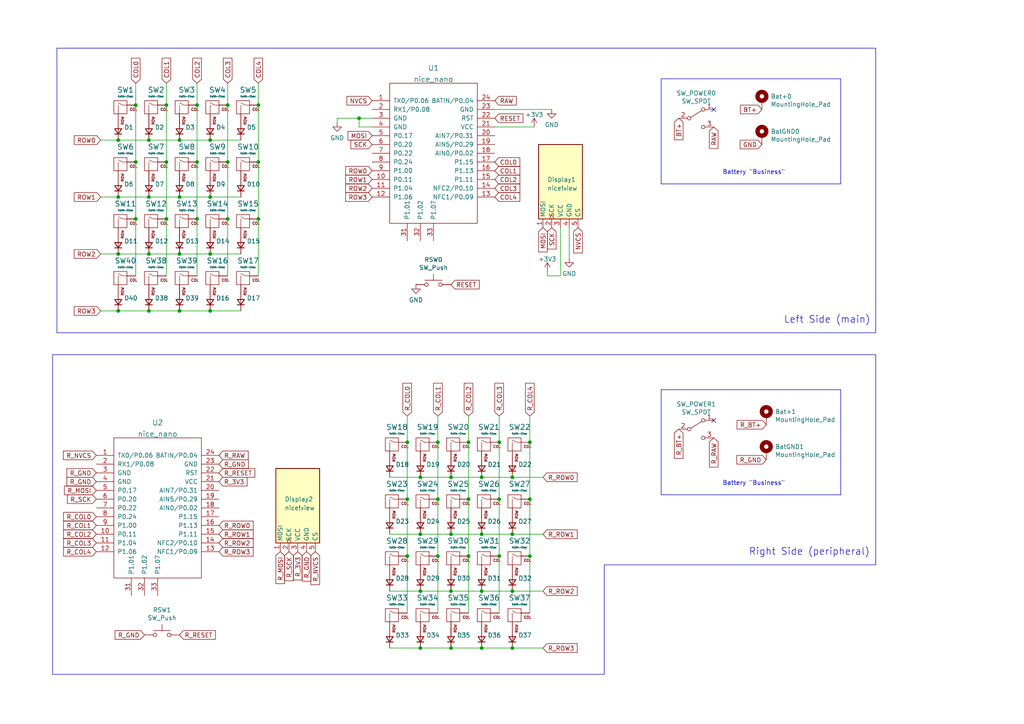
<source format=kicad_sch>
(kicad_sch (version 20230121) (generator eeschema)
  (paper "A4")
  (lib_symbols
    (symbol "Device:D_Small" (pin_numbers hide) (pin_names (offset 0.254) hide)
      (property "Reference" "D" (at -1.27 2.032 0))
      (property "Value" "D_Small" (at -3.81 -2.032 0))
      (symbol "D_Small_0_1"
        (polyline (pts (xy -0.762 -1.016) (xy -0.762 1.016)) (stroke (width 0.254)))
        (polyline (pts (xy -0.762 0) (xy 0.762 0)))
        (polyline (pts (xy 0.762 -1.016) (xy -0.762 0) (xy 0.762 1.016) (xy 0.762 -1.016)) (stroke (width 0.254)))
      )
      (symbol "D_Small_1_1"
        (pin passive line (at -2.54 0 0) (length 1.778) (name "K") (number "1"))
        (pin passive line (at 2.54 0 180) (length 1.778) (name "A") (number "2"))
      )
    )
    (symbol "MX_Alps_Hybrid:MX-NoLED" (pin_names (offset 1.016))
      (property "Reference" "MX" (at -0.635 3.81 0))
      (property "Value" "MX-NoLED" (at -0.635 1.27 0))
      (symbol "MX-NoLED_0_0"
        (rectangle (start -2.54 2.54) (end 1.27 -1.27))
        (polyline (pts (xy -1.27 -1.27) (xy -1.27 1.27)) (stroke (width 0.127)))
        (polyline (pts (xy 1.27 1.27) (xy 0 1.27) (xy -1.27 1.905)) (stroke (width 0.127)))
        (text "COL" (at 3.175 0 0) (effects (font (size 0.762 0.762))))
        (text "ROW" (at 0 -1.905 900) (effects (font (size 0.762 0.762)) (justify right)))
      )
      (symbol "MX-NoLED_1_1"
        (pin passive line (at 3.81 1.27 180) (length 2.54) (name "COL") (number "1"))
        (pin passive line (at -1.27 -3.81 90) (length 2.54) (name "ROW") (number "2"))
      )
    )
    (symbol "Mechanical:MountingHole_Pad" (pin_numbers hide) (pin_names (offset 1.016) hide)
      (property "Reference" "H" (at 0 6.35 0))
      (property "Value" "MountingHole_Pad" (at 0 4.445 0))
      (symbol "MountingHole_Pad_0_1"
        (circle (center 0 1.27) (radius 1.27) (stroke (width 1.27)))
      )
      (symbol "MountingHole_Pad_1_1"
        (pin input line (at 0 -2.54 90) (length 2.54) (name "1") (number "1"))
      )
    )
    (symbol "Switch:SW_Push" (pin_numbers hide) (pin_names (offset 1.016) hide)
      (property "Reference" "SW" (at 1.27 2.54 0))
      (property "Value" "SW_Push" (at 0 -1.524 0))
      (symbol "SW_Push_0_1"
        (circle (center -2.032 0) (radius 0.508))
        (polyline (pts (xy 0 1.27) (xy 0 3.048)))
        (polyline (pts (xy 2.54 1.27) (xy -2.54 1.27)))
        (circle (center 2.032 0) (radius 0.508))
        (pin passive line (at -5.08 0 0) (length 2.54) (name "1") (number "1"))
        (pin passive line (at 5.08 0 180) (length 2.54) (name "2") (number "2"))
      )
    )
    (symbol "Switch:SW_SPDT" (pin_names (offset 0) hide)
      (property "Reference" "SW" (at 0 4.318 0))
      (property "Value" "SW_SPDT" (at 0 -5.08 0))
      (symbol "SW_SPDT_0_0"
        (circle (center -2.032 0) (radius 0.508))
        (circle (center 2.032 -2.54) (radius 0.508))
      )
      (symbol "SW_SPDT_0_1"
        (polyline (pts (xy -1.524 0.254) (xy 1.651 2.286)))
        (circle (center 2.032 2.54) (radius 0.508))
      )
      (symbol "SW_SPDT_1_1"
        (pin passive line (at 5.08 2.54 180) (length 2.54) (name "A") (number "1"))
        (pin passive line (at -5.08 0 0) (length 2.54) (name "B") (number "2"))
        (pin passive line (at 5.08 -2.54 180) (length 2.54) (name "C") (number "3"))
      )
    )
    (symbol "nice_nano:nice_nano" (pin_names (offset 1.016))
      (property "Reference" "U" (at 0 0 0))
      (property "Value" "nice_nano" (at 0 2.54 0))
      (symbol "nice_nano_0_1"
        (rectangle (start -12.7 -21.59) (end 12.7 19.05))
      )
      (symbol "nice_nano_1_1"
        (pin input line (at -17.78 13.97 0) (length 5.08) (name "TX0/P0.06") (number "1"))
        (pin input line (at -17.78 -8.89 0) (length 5.08) (name "P0.11") (number "10"))
        (pin input line (at -17.78 -11.43 0) (length 5.08) (name "P1.04") (number "11"))
        (pin input line (at -17.78 -13.97 0) (length 5.08) (name "P1.06") (number "12"))
        (pin input line (at 17.78 -13.97 180) (length 5.08) (name "NFC1/P0.09") (number "13"))
        (pin input line (at 17.78 -11.43 180) (length 5.08) (name "NFC2/P0.10") (number "14"))
        (pin input line (at 17.78 -8.89 180) (length 5.08) (name "P1.11") (number "15"))
        (pin input line (at 17.78 -6.35 180) (length 5.08) (name "P1.13") (number "16"))
        (pin input line (at 17.78 -3.81 180) (length 5.08) (name "P1.15") (number "17"))
        (pin input line (at 17.78 -1.27 180) (length 5.08) (name "AIN0/P0.02") (number "18"))
        (pin input line (at 17.78 1.27 180) (length 5.08) (name "AIN5/P0.29") (number "19"))
        (pin input line (at -17.78 11.43 0) (length 5.08) (name "RX1/P0.08") (number "2"))
        (pin input line (at 17.78 3.81 180) (length 5.08) (name "AIN7/P0.31") (number "20"))
        (pin input line (at 17.78 6.35 180) (length 5.08) (name "VCC") (number "21"))
        (pin input line (at 17.78 8.89 180) (length 5.08) (name "RST") (number "22"))
        (pin input line (at 17.78 11.43 180) (length 5.08) (name "GND") (number "23"))
        (pin input line (at 17.78 13.97 180) (length 5.08) (name "BATIN/P0.04") (number "24"))
        (pin input line (at -17.78 8.89 0) (length 5.08) (name "GND") (number "3"))
        (pin input line (at -7.62 -26.67 90) (length 5.08) (name "P1.01") (number "31"))
        (pin input line (at -3.81 -26.67 90) (length 5.08) (name "P1.02") (number "32"))
        (pin input line (at 0 -26.67 90) (length 5.08) (name "P1.07") (number "33"))
        (pin input line (at -17.78 6.35 0) (length 5.08) (name "GND") (number "4"))
        (pin input line (at -17.78 3.81 0) (length 5.08) (name "P0.17") (number "5"))
        (pin input line (at -17.78 1.27 0) (length 5.08) (name "P0.20") (number "6"))
        (pin input line (at -17.78 -1.27 0) (length 5.08) (name "P0.22") (number "7"))
        (pin input line (at -17.78 -3.81 0) (length 5.08) (name "P0.24") (number "8"))
        (pin input line (at -17.78 -6.35 0) (length 5.08) (name "P1.00") (number "9"))
      )
    )
    (symbol "nice_view:nice!view"
      (property "Reference" "Display" (at 0 12.7 0))
      (property "Value" "nice!view" (at 0 0 0))
      (symbol "nice!view_0_1"
        (rectangle (start -6.35 11.43) (end 6.35 -10.16) (stroke (width 0.254)) (fill (type background)))
      )
      (symbol "nice!view_1_1"
        (pin input line (at -5.08 -12.7 90) (length 2.54) (name "MOSI") (number "1"))
        (pin input clock (at -2.54 -12.7 90) (length 2.54) (name "SCK") (number "2"))
        (pin power_in line (at 0 -12.7 90) (length 2.54) (name "VCC") (number "3"))
        (pin power_out line (at 2.54 -12.7 90) (length 2.54) (name "GND") (number "4"))
        (pin passive line (at 5.08 -12.7 90) (length 2.54) (name "CS") (number "5"))
      )
    )
    (symbol "power:+3.3V" (power) (pin_names (offset 0))
      (property "Value" "+3.3V" (at 0 3.556 0))
      (symbol "+3.3V_0_1"
        (polyline (pts (xy -0.762 1.27) (xy 0 2.54)))
        (polyline (pts (xy 0 0) (xy 0 2.54)))
        (polyline (pts (xy 0 2.54) (xy 0.762 1.27)))
      )
      (symbol "+3.3V_1_1"
        (pin power_in line (at 0 0 90) (length 0) hide (name "+3V3") (number "1"))
      )
    )
    (symbol "power:GND" (power) (pin_names (offset 0))
      (property "Value" "GND" (at 0 -3.81 0))
      (symbol "GND_0_1"
        (polyline (pts (xy 0 0) (xy 0 -1.27) (xy 1.27 -1.27) (xy 0 -2.54) (xy -1.27 -1.27) (xy 0 -1.27)))
      )
      (symbol "GND_1_1"
        (pin power_in line (at 0 0 270) (length 0) hide (name "GND") (number "1"))
      )
    )
  )
  (junction (at 48.26 63.5))
  (junction (at 34.29 90.17))
  (junction (at 139.7 138.43))
  (junction (at 153.67 161.29))
  (junction (at 74.93 30.48))
  (junction (at 135.89 144.78))
  (junction (at 121.92 171.45))
  (junction (at 139.7 171.45))
  (junction (at 34.29 73.66))
  (junction (at 52.07 40.64))
  (junction (at 144.78 161.29))
  (junction (at 52.07 57.15))
  (junction (at 48.26 46.99))
  (junction (at 34.29 40.64))
  (junction (at 39.37 63.5))
  (junction (at 39.37 30.48))
  (junction (at 57.15 63.5))
  (junction (at 153.67 128.27))
  (junction (at 34.29 57.15))
  (junction (at 148.59 138.43))
  (junction (at 43.18 40.64))
  (junction (at 60.96 73.66))
  (junction (at 74.93 63.5))
  (junction (at 57.15 30.48))
  (junction (at 43.18 73.66))
  (junction (at 127 128.27))
  (junction (at 66.04 46.99))
  (junction (at 118.11 144.78))
  (junction (at 121.92 138.43))
  (junction (at 118.11 128.27))
  (junction (at 148.59 154.94))
  (junction (at 118.11 161.29))
  (junction (at 60.96 40.64))
  (junction (at 148.59 171.45))
  (junction (at 57.15 46.99))
  (junction (at 121.92 154.94))
  (junction (at 66.04 63.5))
  (junction (at 130.81 154.94))
  (junction (at 127 161.29))
  (junction (at 130.81 138.43))
  (junction (at 121.92 187.96))
  (junction (at 135.89 128.27))
  (junction (at 60.96 57.15))
  (junction (at 74.93 46.99))
  (junction (at 39.37 46.99))
  (junction (at 148.59 187.96))
  (junction (at 52.07 90.17))
  (junction (at 130.81 187.96))
  (junction (at 153.67 144.78))
  (junction (at 104.14 34.29))
  (junction (at 66.04 30.48))
  (junction (at 43.18 90.17))
  (junction (at 144.78 128.27))
  (junction (at 127 144.78))
  (junction (at 135.89 161.29))
  (junction (at 60.96 90.17))
  (junction (at 52.07 73.66))
  (junction (at 43.18 57.15))
  (junction (at 139.7 187.96))
  (junction (at 139.7 154.94))
  (junction (at 144.78 144.78))
  (junction (at 130.81 171.45))
  (junction (at 48.26 30.48))
  (no_connect (at 207.01 121.92))
  (no_connect (at 207.01 31.75))
  (wire (pts (xy 130.81 171.45) (xy 139.7 171.45)))
  (wire (pts (xy 52.07 90.17) (xy 60.96 90.17)))
  (wire (pts (xy 135.89 161.29) (xy 135.89 177.8)))
  (wire (pts (xy 43.18 57.15) (xy 52.07 57.15)))
  (wire (pts (xy 153.67 128.27) (xy 153.67 144.78)))
  (wire (pts (xy 60.96 90.17) (xy 69.85 90.17)))
  (wire (pts (xy 34.29 40.64) (xy 43.18 40.64)))
  (wire (pts (xy 60.96 40.64) (xy 69.85 40.64)))
  (wire (pts (xy 43.18 40.64) (xy 52.07 40.64)))
  (wire (pts (xy 113.03 171.45) (xy 121.92 171.45)))
  (wire (pts (xy 57.15 24.13) (xy 57.15 30.48)))
  (polyline (pts (xy 254 163.83) (xy 175.26 163.83)))
  (wire (pts (xy 74.93 30.48) (xy 74.93 46.99)))
  (wire (pts (xy 139.7 138.43) (xy 148.59 138.43)))
  (wire (pts (xy 162.56 66.04) (xy 162.56 80.01)))
  (wire (pts (xy 104.14 36.83) (xy 104.14 34.29)))
  (polyline (pts (xy 16.51 13.97) (xy 16.51 96.52)))
  (wire (pts (xy 118.11 161.29) (xy 118.11 177.8)))
  (wire (pts (xy 148.59 154.94) (xy 157.48 154.94)))
  (wire (pts (xy 118.11 120.65) (xy 118.11 128.27)))
  (wire (pts (xy 29.21 90.17) (xy 34.29 90.17)))
  (wire (pts (xy 135.89 128.27) (xy 135.89 144.78)))
  (wire (pts (xy 162.56 80.01) (xy 158.75 80.01)))
  (wire (pts (xy 127 128.27) (xy 127 144.78)))
  (wire (pts (xy 66.04 30.48) (xy 66.04 46.99)))
  (wire (pts (xy 139.7 171.45) (xy 148.59 171.45)))
  (polyline (pts (xy 243.84 143.51) (xy 191.77 143.51)))
  (polyline (pts (xy 15.24 102.87) (xy 254 102.87)))
  (wire (pts (xy 34.29 90.17) (xy 43.18 90.17)))
  (wire (pts (xy 66.04 24.13) (xy 66.04 30.48)))
  (wire (pts (xy 29.21 57.15) (xy 34.29 57.15)))
  (wire (pts (xy 43.18 73.66) (xy 52.07 73.66)))
  (wire (pts (xy 60.96 73.66) (xy 69.85 73.66)))
  (wire (pts (xy 121.92 187.96) (xy 130.81 187.96)))
  (wire (pts (xy 48.26 63.5) (xy 48.26 80.01)))
  (wire (pts (xy 57.15 46.99) (xy 57.15 63.5)))
  (polyline (pts (xy 175.26 195.58) (xy 15.24 195.58)))
  (wire (pts (xy 127 120.65) (xy 127 128.27)))
  (polyline (pts (xy 15.24 102.87) (xy 15.24 195.58)))
  (wire (pts (xy 97.79 34.29) (xy 97.79 35.56)))
  (wire (pts (xy 52.07 40.64) (xy 60.96 40.64)))
  (wire (pts (xy 113.03 187.96) (xy 121.92 187.96)))
  (wire (pts (xy 148.59 138.43) (xy 157.48 138.43)))
  (wire (pts (xy 148.59 187.96) (xy 157.48 187.96)))
  (wire (pts (xy 29.21 73.66) (xy 34.29 73.66)))
  (wire (pts (xy 139.7 187.96) (xy 148.59 187.96)))
  (wire (pts (xy 57.15 63.5) (xy 57.15 80.01)))
  (wire (pts (xy 74.93 24.13) (xy 74.93 30.48)))
  (wire (pts (xy 43.18 90.17) (xy 52.07 90.17)))
  (wire (pts (xy 107.95 36.83) (xy 104.14 36.83)))
  (wire (pts (xy 130.81 138.43) (xy 139.7 138.43)))
  (wire (pts (xy 29.21 40.64) (xy 34.29 40.64)))
  (polyline (pts (xy 175.26 163.83) (xy 175.26 195.58)))
  (wire (pts (xy 39.37 24.13) (xy 39.37 30.48)))
  (wire (pts (xy 48.26 30.48) (xy 48.26 46.99)))
  (wire (pts (xy 74.93 63.5) (xy 74.93 80.01)))
  (wire (pts (xy 66.04 63.5) (xy 66.04 80.01)))
  (wire (pts (xy 113.03 138.43) (xy 121.92 138.43)))
  (polyline (pts (xy 254 13.97) (xy 254 96.52)))
  (polyline (pts (xy 191.77 113.03) (xy 243.84 113.03)))
  (wire (pts (xy 34.29 73.66) (xy 43.18 73.66)))
  (wire (pts (xy 135.89 144.78) (xy 135.89 161.29)))
  (wire (pts (xy 139.7 154.94) (xy 148.59 154.94)))
  (wire (pts (xy 144.78 128.27) (xy 144.78 144.78)))
  (wire (pts (xy 148.59 171.45) (xy 157.48 171.45)))
  (wire (pts (xy 143.51 36.83) (xy 154.94 36.83)))
  (wire (pts (xy 66.04 46.99) (xy 66.04 63.5)))
  (wire (pts (xy 60.96 57.15) (xy 69.85 57.15)))
  (wire (pts (xy 39.37 46.99) (xy 39.37 63.5)))
  (polyline (pts (xy 254 102.87) (xy 254 163.83)))
  (wire (pts (xy 34.29 57.15) (xy 43.18 57.15)))
  (wire (pts (xy 121.92 154.94) (xy 130.81 154.94)))
  (wire (pts (xy 144.78 144.78) (xy 144.78 161.29)))
  (wire (pts (xy 121.92 171.45) (xy 130.81 171.45)))
  (wire (pts (xy 74.93 46.99) (xy 74.93 63.5)))
  (wire (pts (xy 144.78 120.65) (xy 144.78 128.27)))
  (polyline (pts (xy 191.77 22.86) (xy 243.84 22.86)))
  (wire (pts (xy 52.07 57.15) (xy 60.96 57.15)))
  (wire (pts (xy 127 144.78) (xy 127 161.29)))
  (wire (pts (xy 153.67 161.29) (xy 153.67 177.8)))
  (wire (pts (xy 153.67 120.65) (xy 153.67 128.27)))
  (wire (pts (xy 143.51 31.75) (xy 160.02 31.75)))
  (wire (pts (xy 48.26 46.99) (xy 48.26 63.5)))
  (polyline (pts (xy 191.77 22.86) (xy 191.77 53.34)))
  (wire (pts (xy 39.37 30.48) (xy 39.37 46.99)))
  (wire (pts (xy 97.79 34.29) (xy 104.14 34.29)))
  (wire (pts (xy 127 161.29) (xy 127 177.8)))
  (wire (pts (xy 135.89 120.65) (xy 135.89 128.27)))
  (polyline (pts (xy 243.84 53.34) (xy 191.77 53.34)))
  (wire (pts (xy 118.11 128.27) (xy 118.11 144.78)))
  (polyline (pts (xy 243.84 113.03) (xy 243.84 143.51)))
  (wire (pts (xy 165.1 66.04) (xy 165.1 74.93)))
  (polyline (pts (xy 191.77 113.03) (xy 191.77 143.51)))
  (wire (pts (xy 158.75 80.01) (xy 158.75 78.74)))
  (wire (pts (xy 113.03 154.94) (xy 121.92 154.94)))
  (polyline (pts (xy 254 96.52) (xy 16.51 96.52)))
  (wire (pts (xy 48.26 24.13) (xy 48.26 30.48)))
  (polyline (pts (xy 243.84 22.86) (xy 243.84 53.34)))
  (wire (pts (xy 39.37 63.5) (xy 39.37 80.01)))
  (wire (pts (xy 121.92 138.43) (xy 130.81 138.43)))
  (wire (pts (xy 130.81 187.96) (xy 139.7 187.96)))
  (wire (pts (xy 57.15 30.48) (xy 57.15 46.99)))
  (polyline (pts (xy 16.51 13.97) (xy 254 13.97)))
  (wire (pts (xy 52.07 73.66) (xy 60.96 73.66)))
  (wire (pts (xy 118.11 144.78) (xy 118.11 161.29)))
  (wire (pts (xy 153.67 144.78) (xy 153.67 161.29)))
  (wire (pts (xy 144.78 161.29) (xy 144.78 177.8)))
  (wire (pts (xy 107.95 34.29) (xy 104.14 34.29)))
  (wire (pts (xy 130.81 154.94) (xy 139.7 154.94)))
  (text "Right Side (peripheral)" (at 217.17 161.29 0) (effects (font (size 2 2)) (justify left bottom)))
  (text "Battery \"Business\"" (at 209.55 140.97 0) (effects (font (size 1.27 1.27)) (justify left bottom)))
  (text "Battery \"Business\"" (at 209.55 50.8 0) (effects (font (size 1.27 1.27)) (justify left bottom)))
  (text "Left Side (main)" (at 227.33 93.98 0) (effects (font (size 2 2)) (justify left bottom)))
  (global_label "R_3V3" (shape input) (at 86.36 160.02 270) (property "Intersheetrefs" "${INTERSHEET_REFS}" (effects hide)))
  (global_label "ROW3" (shape input) (at 29.21 90.17 180) (property "Intersheetrefs" "${INTERSHEET_REFS}" (effects hide)))
  (global_label "R_COL1" (shape input) (at 127 120.65 90) (property "Intersheetrefs" "${INTERSHEET_REFS}" (effects hide)))
  (global_label "ROW1" (shape input) (at 29.21 57.15 180) (property "Intersheetrefs" "${INTERSHEET_REFS}" (effects hide)))
  (global_label "BT+" (shape input) (at 220.98 31.75 180) (property "Intersheetrefs" "${INTERSHEET_REFS}" (effects hide)))
  (global_label "R_GND" (shape input) (at 88.9 160.02 270) (property "Intersheetrefs" "${INTERSHEET_REFS}" (effects hide)))
  (global_label "RESET" (shape input) (at 130.81 82.55 0) (property "Intersheetrefs" "${INTERSHEET_REFS}" (effects hide)))
  (global_label "R_BT+" (shape input) (at 196.85 124.46 270) (property "Intersheetrefs" "${INTERSHEET_REFS}" (effects hide)))
  (global_label "RAW" (shape input) (at 143.51 29.21 0) (property "Intersheetrefs" "${INTERSHEET_REFS}" (effects hide)))
  (global_label "BT+" (shape input) (at 196.85 34.29 270) (property "Intersheetrefs" "${INTERSHEET_REFS}" (effects hide)))
  (global_label "R_COL4" (shape input) (at 153.67 120.65 90) (property "Intersheetrefs" "${INTERSHEET_REFS}" (effects hide)))
  (global_label "R_MOSI" (shape input) (at 81.28 160.02 270) (property "Intersheetrefs" "${INTERSHEET_REFS}" (effects hide)))
  (global_label "COL3" (shape input) (at 66.04 24.13 90) (property "Intersheetrefs" "${INTERSHEET_REFS}" (effects hide)))
  (global_label "RAW" (shape input) (at 207.01 36.83 270) (property "Intersheetrefs" "${INTERSHEET_REFS}" (effects hide)))
  (global_label "R_RESET" (shape input) (at 63.5 137.16 0) (property "Intersheetrefs" "${INTERSHEET_REFS}" (effects hide)))
  (global_label "R_NVCS" (shape input) (at 91.44 160.02 270) (property "Intersheetrefs" "${INTERSHEET_REFS}" (effects hide)))
  (global_label "R_SCK" (shape input) (at 27.94 144.78 180) (property "Intersheetrefs" "${INTERSHEET_REFS}" (effects hide)))
  (global_label "COL3" (shape input) (at 143.51 54.61 0) (property "Intersheetrefs" "${INTERSHEET_REFS}" (effects hide)))
  (global_label "R_ROW2" (shape input) (at 157.48 171.45 0) (property "Intersheetrefs" "${INTERSHEET_REFS}" (effects hide)))
  (global_label "R_RESET" (shape input) (at 52.07 184.15 0) (property "Intersheetrefs" "${INTERSHEET_REFS}" (effects hide)))
  (global_label "R_GND" (shape input) (at 27.94 139.7 180) (property "Intersheetrefs" "${INTERSHEET_REFS}" (effects hide)))
  (global_label "R_COL2" (shape input) (at 135.89 120.65 90) (property "Intersheetrefs" "${INTERSHEET_REFS}" (effects hide)))
  (global_label "COL1" (shape input) (at 143.51 49.53 0) (property "Intersheetrefs" "${INTERSHEET_REFS}" (effects hide)))
  (global_label "R_COL3" (shape input) (at 27.94 157.48 180) (property "Intersheetrefs" "${INTERSHEET_REFS}" (effects hide)))
  (global_label "ROW1" (shape input) (at 107.95 52.07 180) (property "Intersheetrefs" "${INTERSHEET_REFS}" (effects hide)))
  (global_label "ROW0" (shape input) (at 107.95 49.53 180) (property "Intersheetrefs" "${INTERSHEET_REFS}" (effects hide)))
  (global_label "R_RAW" (shape input) (at 207.01 127 270) (property "Intersheetrefs" "${INTERSHEET_REFS}" (effects hide)))
  (global_label "ROW2" (shape input) (at 29.21 73.66 180) (property "Intersheetrefs" "${INTERSHEET_REFS}" (effects hide)))
  (global_label "COL1" (shape input) (at 48.26 24.13 90) (property "Intersheetrefs" "${INTERSHEET_REFS}" (effects hide)))
  (global_label "R_ROW3" (shape input) (at 157.48 187.96 0) (property "Intersheetrefs" "${INTERSHEET_REFS}" (effects hide)))
  (global_label "R_COL3" (shape input) (at 144.78 120.65 90) (property "Intersheetrefs" "${INTERSHEET_REFS}" (effects hide)))
  (global_label "R_NVCS" (shape input) (at 27.94 132.08 180) (property "Intersheetrefs" "${INTERSHEET_REFS}" (effects hide)))
  (global_label "R_BT+" (shape input) (at 222.25 123.19 180) (property "Intersheetrefs" "${INTERSHEET_REFS}" (effects hide)))
  (global_label "SCK" (shape input) (at 107.95 41.91 180) (property "Intersheetrefs" "${INTERSHEET_REFS}" (effects hide)))
  (global_label "R_GND" (shape input) (at 222.25 133.35 180) (property "Intersheetrefs" "${INTERSHEET_REFS}" (effects hide)))
  (global_label "ROW3" (shape input) (at 107.95 57.15 180) (property "Intersheetrefs" "${INTERSHEET_REFS}" (effects hide)))
  (global_label "COL2" (shape input) (at 57.15 24.13 90) (property "Intersheetrefs" "${INTERSHEET_REFS}" (effects hide)))
  (global_label "COL2" (shape input) (at 143.51 52.07 0) (property "Intersheetrefs" "${INTERSHEET_REFS}" (effects hide)))
  (global_label "R_ROW3" (shape input) (at 63.5 160.02 0) (property "Intersheetrefs" "${INTERSHEET_REFS}" (effects hide)))
  (global_label "R_SCK" (shape input) (at 83.82 160.02 270) (property "Intersheetrefs" "${INTERSHEET_REFS}" (effects hide)))
  (global_label "ROW0" (shape input) (at 29.21 40.64 180) (property "Intersheetrefs" "${INTERSHEET_REFS}" (effects hide)))
  (global_label "COL0" (shape input) (at 39.37 24.13 90) (property "Intersheetrefs" "${INTERSHEET_REFS}" (effects hide)))
  (global_label "R_ROW1" (shape input) (at 63.5 154.94 0) (property "Intersheetrefs" "${INTERSHEET_REFS}" (effects hide)))
  (global_label "R_COL2" (shape input) (at 27.94 154.94 180) (property "Intersheetrefs" "${INTERSHEET_REFS}" (effects hide)))
  (global_label "R_ROW0" (shape input) (at 63.5 152.4 0) (property "Intersheetrefs" "${INTERSHEET_REFS}" (effects hide)))
  (global_label "R_COL4" (shape input) (at 27.94 160.02 180) (property "Intersheetrefs" "${INTERSHEET_REFS}" (effects hide)))
  (global_label "R_ROW0" (shape input) (at 157.48 138.43 0) (property "Intersheetrefs" "${INTERSHEET_REFS}" (effects hide)))
  (global_label "R_ROW2" (shape input) (at 63.5 157.48 0) (property "Intersheetrefs" "${INTERSHEET_REFS}" (effects hide)))
  (global_label "R_COL0" (shape input) (at 118.11 120.65 90) (property "Intersheetrefs" "${INTERSHEET_REFS}" (effects hide)))
  (global_label "R_GND" (shape input) (at 27.94 137.16 180) (property "Intersheetrefs" "${INTERSHEET_REFS}" (effects hide)))
  (global_label "COL4" (shape input) (at 143.51 57.15 0) (property "Intersheetrefs" "${INTERSHEET_REFS}" (effects hide)))
  (global_label "R_ROW1" (shape input) (at 157.48 154.94 0) (property "Intersheetrefs" "${INTERSHEET_REFS}" (effects hide)))
  (global_label "MOSI" (shape input) (at 107.95 39.37 180) (property "Intersheetrefs" "${INTERSHEET_REFS}" (effects hide)))
  (global_label "ROW2" (shape input) (at 107.95 54.61 180) (property "Intersheetrefs" "${INTERSHEET_REFS}" (effects hide)))
  (global_label "SCK" (shape input) (at 160.02 66.04 270) (property "Intersheetrefs" "${INTERSHEET_REFS}" (effects hide)))
  (global_label "R_3V3" (shape input) (at 63.5 139.7 0) (property "Intersheetrefs" "${INTERSHEET_REFS}" (effects hide)))
  (global_label "COL0" (shape input) (at 143.51 46.99 0) (property "Intersheetrefs" "${INTERSHEET_REFS}" (effects hide)))
  (global_label "NVCS" (shape input) (at 107.95 29.21 180) (property "Intersheetrefs" "${INTERSHEET_REFS}" (effects hide)))
  (global_label "R_GND" (shape input) (at 41.91 184.15 180) (property "Intersheetrefs" "${INTERSHEET_REFS}" (effects hide)))
  (global_label "COL4" (shape input) (at 74.93 24.13 90) (property "Intersheetrefs" "${INTERSHEET_REFS}" (effects hide)))
  (global_label "R_COL0" (shape input) (at 27.94 149.86 180) (property "Intersheetrefs" "${INTERSHEET_REFS}" (effects hide)))
  (global_label "R_GND" (shape input) (at 63.5 134.62 0) (property "Intersheetrefs" "${INTERSHEET_REFS}" (effects hide)))
  (global_label "RESET" (shape input) (at 143.51 34.29 0) (property "Intersheetrefs" "${INTERSHEET_REFS}" (effects hide)))
  (global_label "GND" (shape input) (at 220.98 41.91 180) (property "Intersheetrefs" "${INTERSHEET_REFS}" (effects hide)))
  (global_label "NVCS" (shape input) (at 167.64 66.04 270) (property "Intersheetrefs" "${INTERSHEET_REFS}" (effects hide)))
  (global_label "R_RAW" (shape input) (at 63.5 132.08 0) (property "Intersheetrefs" "${INTERSHEET_REFS}" (effects hide)))
  (global_label "R_MOSI" (shape input) (at 27.94 142.24 180) (property "Intersheetrefs" "${INTERSHEET_REFS}" (effects hide)))
  (global_label "MOSI" (shape input) (at 157.48 66.04 270) (property "Intersheetrefs" "${INTERSHEET_REFS}" (effects hide)))
  (global_label "R_COL1" (shape input) (at 27.94 152.4 180) (property "Intersheetrefs" "${INTERSHEET_REFS}" (effects hide)))
  (symbol (lib_id "Device:D_Small") (at 139.7 135.89 90) (unit 1)
    (property "Reference" "D21" (at 141.4272 134.7216 90) (effects (justify right)))
    (property "Value" "diode" (effects hide))
    (property "Footprint" "urchin-footprints:SMD_Diode_Tiny" (effects hide))
  )
  (symbol (lib_id "MX_Alps_Hybrid:MX-NoLED") (at 62.23 64.77 0) (unit 1)
    (property "Reference" "SW14" (at 63.0682 59.1058 0) (effects (font (size 1.524 1.524))))
    (property "Value" "Kailh-Choc" (at 63.0682 60.9854 0) (effects (font (size 0.508 0.508))))
    (property "Footprint" "urchin-footprints:SW_Hotswap_Kailh_Choc_V1_tweaked" (effects hide))
  )
  (symbol (lib_id "MX_Alps_Hybrid:MX-NoLED") (at 149.86 162.56 0) (unit 1)
    (property "Reference" "SW32" (at 150.6982 156.8958 0) (effects (font (size 1.524 1.524))))
    (property "Value" "Kailh-Choc" (at 150.6982 158.7754 0) (effects (font (size 0.508 0.508))))
    (property "Footprint" "urchin-footprints:SW_Hotswap_Kailh_Choc_V1_tweaked" (effects hide))
  )
  (symbol (lib_id "power:GND") (at 120.65 82.55 0) (unit 1)
    (property "Reference" "#PWR0103" (effects hide))
    (property "Value" "GND" (at 120.65 86.9934 0))
  )
  (symbol (lib_id "Device:D_Small") (at 60.96 38.1 90) (unit 1)
    (property "Reference" "D4" (at 62.6872 36.9316 90) (effects (justify right)))
    (property "Value" "diode" (effects hide))
    (property "Footprint" "urchin-footprints:SMD_Diode_Tiny" (effects hide))
  )
  (symbol (lib_id "MX_Alps_Hybrid:MX-NoLED") (at 114.3 179.07 0) (unit 1)
    (property "Reference" "SW33" (at 115.1382 173.4058 0) (effects (font (size 1.524 1.524))))
    (property "Value" "Kailh-Choc" (at 115.1382 175.2854 0) (effects (font (size 0.508 0.508))))
    (property "Footprint" "urchin-footprints:SW_Hotswap_Kailh_Choc_V1_tweaked" (effects hide))
  )
  (symbol (lib_id "MX_Alps_Hybrid:MX-NoLED") (at 123.19 129.54 0) (unit 1)
    (property "Reference" "SW19" (at 124.0282 123.8758 0) (effects (font (size 1.524 1.524))))
    (property "Value" "Kailh-Choc" (at 124.0282 125.7554 0) (effects (font (size 0.508 0.508))))
    (property "Footprint" "urchin-footprints:SW_Hotswap_Kailh_Choc_V1_tweaked" (effects hide))
  )
  (symbol (lib_id "Device:D_Small") (at 52.07 38.1 90) (unit 1)
    (property "Reference" "D3" (at 53.7972 36.9316 90) (effects (justify right)))
    (property "Value" "diode" (effects hide))
    (property "Footprint" "urchin-footprints:SMD_Diode_Tiny" (effects hide))
  )
  (symbol (lib_id "MX_Alps_Hybrid:MX-NoLED") (at 114.3 129.54 0) (unit 1)
    (property "Reference" "SW18" (at 115.1382 123.8758 0) (effects (font (size 1.524 1.524))))
    (property "Value" "Kailh-Choc" (at 115.1382 125.7554 0) (effects (font (size 0.508 0.508))))
    (property "Footprint" "urchin-footprints:SW_Hotswap_Kailh_Choc_V1_tweaked" (effects hide))
  )
  (symbol (lib_id "Device:D_Small") (at 113.03 185.42 90) (unit 1)
    (property "Reference" "D33" (at 114.7572 184.2516 90) (effects (justify right)))
    (property "Value" "diode" (effects hide))
    (property "Footprint" "urchin-footprints:SMD_Diode_Tiny" (effects hide))
  )
  (symbol (lib_id "MX_Alps_Hybrid:MX-NoLED") (at 71.12 81.28 0) (unit 1)
    (property "Reference" "SW17" (at 71.9582 75.6158 0) (effects (font (size 1.524 1.524))))
    (property "Value" "Kailh-Choc" (at 71.9582 77.4954 0) (effects (font (size 0.508 0.508))))
    (property "Footprint" "urchin-footprints:SW_Hotswap_Kailh_Choc_V1_tweaked" (effects hide))
  )
  (symbol (lib_id "Switch:SW_Push") (at 125.73 82.55 0) (unit 1)
    (property "Reference" "RSW0" (at 125.73 75.311 0))
    (property "Value" "SW_Push" (at 125.73 77.6224 0))
    (property "Footprint" "urchin-footprints:SW_RESET" (effects hide))
  )
  (symbol (lib_id "MX_Alps_Hybrid:MX-NoLED") (at 132.08 146.05 0) (unit 1)
    (property "Reference" "SW25" (at 132.9182 140.3858 0) (effects (font (size 1.524 1.524))))
    (property "Value" "Kailh-Choc" (at 132.9182 142.2654 0) (effects (font (size 0.508 0.508))))
    (property "Footprint" "urchin-footprints:SW_Hotswap_Kailh_Choc_V1_tweaked" (effects hide))
  )
  (symbol (lib_id "nice_nano:nice_nano") (at 125.73 43.18 0) (unit 1)
    (property "Reference" "U1" (at 125.73 19.7261 0) (effects (font (size 1.524 1.524))))
    (property "Value" "nice_nano" (at 125.73 23.0051 0) (effects (font (size 1.524 1.524))))
    (property "Footprint" "urchin-footprints:nice_nano" (effects hide))
  )
  (symbol (lib_id "Device:D_Small") (at 130.81 185.42 90) (unit 1)
    (property "Reference" "D35" (at 132.5372 184.2516 90) (effects (justify right)))
    (property "Value" "diode" (effects hide))
    (property "Footprint" "urchin-footprints:SMD_Diode_Tiny" (effects hide))
  )
  (symbol (lib_id "Device:D_Small") (at 113.03 152.4 90) (unit 1)
    (property "Reference" "D23" (at 114.7572 151.2316 90) (effects (justify right)))
    (property "Value" "diode" (effects hide))
    (property "Footprint" "urchin-footprints:SMD_Diode_Tiny" (effects hide))
  )
  (symbol (lib_id "Device:D_Small") (at 148.59 185.42 90) (unit 1)
    (property "Reference" "D37" (at 150.3172 184.2516 90) (effects (justify right)))
    (property "Value" "diode" (effects hide))
    (property "Footprint" "urchin-footprints:SMD_Diode_Tiny" (effects hide))
  )
  (symbol (lib_id "MX_Alps_Hybrid:MX-NoLED") (at 123.19 162.56 0) (unit 1)
    (property "Reference" "SW29" (at 124.0282 156.8958 0) (effects (font (size 1.524 1.524))))
    (property "Value" "Kailh-Choc" (at 124.0282 158.7754 0) (effects (font (size 0.508 0.508))))
    (property "Footprint" "urchin-footprints:SW_Hotswap_Kailh_Choc_V1_tweaked" (effects hide))
  )
  (symbol (lib_id "MX_Alps_Hybrid:MX-NoLED") (at 53.34 48.26 0) (unit 1)
    (property "Reference" "SW8" (at 54.1782 42.5958 0) (effects (font (size 1.524 1.524))))
    (property "Value" "Kailh-Choc" (at 54.1782 44.4754 0) (effects (font (size 0.508 0.508))))
    (property "Footprint" "urchin-footprints:SW_Hotswap_Kailh_Choc_V1_tweaked" (effects hide))
  )
  (symbol (lib_id "Device:D_Small") (at 139.7 185.42 90) (unit 1)
    (property "Reference" "D36" (at 141.4272 184.2516 90) (effects (justify right)))
    (property "Value" "diode" (effects hide))
    (property "Footprint" "urchin-footprints:SMD_Diode_Tiny" (effects hide))
  )
  (symbol (lib_id "power:+3.3V") (at 154.94 36.83 0) (unit 1)
    (property "Reference" "#PWR0102" (effects hide))
    (property "Value" "+3.3V" (at 154.94 33.2542 0))
  )
  (symbol (lib_id "Switch:SW_SPDT") (at 201.93 124.46 0) (unit 1)
    (property "Reference" "SW_POWER1" (at 201.93 117.221 0))
    (property "Value" "SW_SPDT" (at 201.93 119.5324 0))
    (property "Footprint" "urchin-footprints:smt-slider-switch" (effects hide))
  )
  (symbol (lib_id "Device:D_Small") (at 69.85 87.63 90) (unit 1)
    (property "Reference" "D17" (at 71.5772 86.4616 90) (effects (justify right)))
    (property "Value" "diode" (effects hide))
    (property "Footprint" "urchin-footprints:SMD_Diode_Tiny" (effects hide))
  )
  (symbol (lib_id "Device:D_Small") (at 113.03 135.89 90) (unit 1)
    (property "Reference" "D18" (at 114.7572 134.7216 90) (effects (justify right)))
    (property "Value" "diode" (effects hide))
    (property "Footprint" "urchin-footprints:SMD_Diode_Tiny" (effects hide))
  )
  (symbol (lib_id "Device:D_Small") (at 43.18 71.12 90) (unit 1)
    (property "Reference" "D12" (at 44.9072 69.9516 90) (effects (justify right)))
    (property "Value" "diode" (effects hide))
    (property "Footprint" "urchin-footprints:SMD_Diode_Tiny" (effects hide))
  )
  (symbol (lib_id "MX_Alps_Hybrid:MX-NoLED") (at 132.08 162.56 0) (unit 1)
    (property "Reference" "SW30" (at 132.9182 156.8958 0) (effects (font (size 1.524 1.524))))
    (property "Value" "Kailh-Choc" (at 132.9182 158.7754 0) (effects (font (size 0.508 0.508))))
    (property "Footprint" "urchin-footprints:SW_Hotswap_Kailh_Choc_V1_tweaked" (effects hide))
  )
  (symbol (lib_id "MX_Alps_Hybrid:MX-NoLED") (at 71.12 64.77 0) (unit 1)
    (property "Reference" "SW15" (at 71.9582 59.1058 0) (effects (font (size 1.524 1.524))))
    (property "Value" "Kailh-Choc" (at 71.9582 60.9854 0) (effects (font (size 0.508 0.508))))
    (property "Footprint" "urchin-footprints:SW_Hotswap_Kailh_Choc_V1_tweaked" (effects hide))
  )
  (symbol (lib_id "Device:D_Small") (at 130.81 135.89 90) (unit 1)
    (property "Reference" "D20" (at 132.5372 134.7216 90) (effects (justify right)))
    (property "Value" "diode" (effects hide))
    (property "Footprint" "urchin-footprints:SMD_Diode_Tiny" (effects hide))
  )
  (symbol (lib_id "nice_view:nice!view") (at 86.36 147.32 0) (unit 1)
    (property "Reference" "Display2" (at 82.55 144.78 0) (effects (justify left)))
    (property "Value" "nice!view" (at 82.55 147.32 0) (effects (justify left)))
    (property "Footprint" "urchin-footprints:nice_view" (effects hide))
    (property "Datasheet" "https://nicekeyboards.com/docs/nice-view/pinout-schematic" (effects hide))
  )
  (symbol (lib_id "Device:D_Small") (at 148.59 168.91 90) (unit 1)
    (property "Reference" "D32" (at 150.3172 167.7416 90) (effects (justify right)))
    (property "Value" "diode" (effects hide))
    (property "Footprint" "urchin-footprints:SMD_Diode_Tiny" (effects hide))
  )
  (symbol (lib_id "Device:D_Small") (at 148.59 152.4 90) (unit 1)
    (property "Reference" "D27" (at 150.3172 151.2316 90) (effects (justify right)))
    (property "Value" "diode" (effects hide))
    (property "Footprint" "urchin-footprints:SMD_Diode_Tiny" (effects hide))
  )
  (symbol (lib_id "Device:D_Small") (at 69.85 71.12 90) (unit 1)
    (property "Reference" "D15" (at 71.5772 69.9516 90) (effects (justify right)))
    (property "Value" "diode" (effects hide))
    (property "Footprint" "urchin-footprints:SMD_Diode_Tiny" (effects hide))
  )
  (symbol (lib_id "MX_Alps_Hybrid:MX-NoLED") (at 123.19 146.05 0) (unit 1)
    (property "Reference" "SW24" (at 124.0282 140.3858 0) (effects (font (size 1.524 1.524))))
    (property "Value" "Kailh-Choc" (at 124.0282 142.2654 0) (effects (font (size 0.508 0.508))))
    (property "Footprint" "urchin-footprints:SW_Hotswap_Kailh_Choc_V1_tweaked" (effects hide))
  )
  (symbol (lib_id "Switch:SW_SPDT") (at 201.93 34.29 0) (unit 1)
    (property "Reference" "SW_POWER0" (at 201.93 27.051 0))
    (property "Value" "SW_SPDT" (at 201.93 29.3624 0))
    (property "Footprint" "urchin-footprints:smt-slider-switch" (effects hide))
  )
  (symbol (lib_id "MX_Alps_Hybrid:MX-NoLED") (at 35.56 31.75 0) (unit 1)
    (property "Reference" "SW1" (at 36.3982 26.0858 0) (effects (font (size 1.524 1.524))))
    (property "Value" "Kailh-Choc" (at 36.3982 27.9654 0) (effects (font (size 0.508 0.508))))
    (property "Footprint" "urchin-footprints:SW_Hotswap_Kailh_Choc_V1_tweaked" (effects hide))
  )
  (symbol (lib_id "MX_Alps_Hybrid:MX-NoLED") (at 140.97 146.05 0) (unit 1)
    (property "Reference" "SW26" (at 141.8082 140.3858 0) (effects (font (size 1.524 1.524))))
    (property "Value" "Kailh-Choc" (at 141.8082 142.2654 0) (effects (font (size 0.508 0.508))))
    (property "Footprint" "urchin-footprints:SW_Hotswap_Kailh_Choc_V1_tweaked" (effects hide))
  )
  (symbol (lib_id "MX_Alps_Hybrid:MX-NoLED") (at 62.23 31.75 0) (unit 1)
    (property "Reference" "SW4" (at 63.0682 26.0858 0) (effects (font (size 1.524 1.524))))
    (property "Value" "Kailh-Choc" (at 63.0682 27.9654 0) (effects (font (size 0.508 0.508))))
    (property "Footprint" "urchin-footprints:SW_Hotswap_Kailh_Choc_V1_tweaked" (effects hide))
  )
  (symbol (lib_id "Device:D_Small") (at 43.18 38.1 90) (unit 1)
    (property "Reference" "D2" (at 44.9072 36.9316 90) (effects (justify right)))
    (property "Value" "diode" (effects hide))
    (property "Footprint" "urchin-footprints:SMD_Diode_Tiny" (effects hide))
  )
  (symbol (lib_id "Device:D_Small") (at 69.85 54.61 90) (unit 1)
    (property "Reference" "D10" (at 71.5772 53.4416 90) (effects (justify right)))
    (property "Value" "diode" (effects hide))
    (property "Footprint" "urchin-footprints:SMD_Diode_Tiny" (effects hide))
  )
  (symbol (lib_id "Device:D_Small") (at 130.81 168.91 90) (unit 1)
    (property "Reference" "D30" (at 132.5372 167.7416 90) (effects (justify right)))
    (property "Value" "diode" (effects hide))
    (property "Footprint" "urchin-footprints:SMD_Diode_Tiny" (effects hide))
  )
  (symbol (lib_id "Device:D_Small") (at 52.07 87.63 90) (unit 1)
    (property "Reference" "D39" (at 53.7972 86.4616 90) (effects (justify right)))
    (property "Value" "diode" (effects hide))
    (property "Footprint" "urchin-footprints:SMD_Diode_Tiny" (effects hide))
  )
  (symbol (lib_id "Switch:SW_Push") (at 46.99 184.15 0) (unit 1)
    (property "Reference" "RSW1" (at 46.99 176.911 0))
    (property "Value" "SW_Push" (at 46.99 179.2224 0))
    (property "Footprint" "urchin-footprints:SW_RESET" (effects hide))
  )
  (symbol (lib_id "Device:D_Small") (at 130.81 152.4 90) (unit 1)
    (property "Reference" "D25" (at 132.5372 151.2316 90) (effects (justify right)))
    (property "Value" "diode" (effects hide))
    (property "Footprint" "urchin-footprints:SMD_Diode_Tiny" (effects hide))
  )
  (symbol (lib_id "Device:D_Small") (at 113.03 168.91 90) (unit 1)
    (property "Reference" "D28" (at 114.7572 167.7416 90) (effects (justify right)))
    (property "Value" "diode" (effects hide))
    (property "Footprint" "urchin-footprints:SMD_Diode_Tiny" (effects hide))
  )
  (symbol (lib_id "Mechanical:MountingHole_Pad") (at 222.25 130.81 0) (unit 1)
    (property "Reference" "BatGND1" (at 224.79 129.5654 0) (effects (justify left)))
    (property "Value" "MountingHole_Pad" (at 224.79 131.8768 0) (effects (justify left)))
    (property "Footprint" "urchin-footprints:1pin_Battery" (effects hide))
  )
  (symbol (lib_id "MX_Alps_Hybrid:MX-NoLED") (at 62.23 48.26 0) (unit 1)
    (property "Reference" "SW9" (at 63.0682 42.5958 0) (effects (font (size 1.524 1.524))))
    (property "Value" "Kailh-Choc" (at 63.0682 44.4754 0) (effects (font (size 0.508 0.508))))
    (property "Footprint" "urchin-footprints:SW_Hotswap_Kailh_Choc_V1_tweaked" (effects hide))
  )
  (symbol (lib_id "power:+3.3V") (at 158.75 78.74 0) (unit 1)
    (property "Reference" "#PWR0104" (effects hide))
    (property "Value" "+3.3V" (at 158.75 75.1642 0))
  )
  (symbol (lib_id "nice_view:nice!view") (at 162.56 53.34 0) (unit 1)
    (property "Reference" "Display1" (at 158.75 52.0731 0) (effects (justify left)))
    (property "Value" "nice!view" (at 158.75 54.61 0) (effects (justify left)))
    (property "Footprint" "urchin-footprints:nice_view" (effects hide))
    (property "Datasheet" "https://nicekeyboards.com/docs/nice-view/pinout-schematic" (effects hide))
  )
  (symbol (lib_id "Device:D_Small") (at 43.18 54.61 90) (unit 1)
    (property "Reference" "D7" (at 44.9072 53.4416 90) (effects (justify right)))
    (property "Value" "diode" (effects hide))
    (property "Footprint" "urchin-footprints:SMD_Diode_Tiny" (effects hide))
  )
  (symbol (lib_id "MX_Alps_Hybrid:MX-NoLED") (at 132.08 179.07 0) (unit 1)
    (property "Reference" "SW35" (at 132.9182 173.4058 0) (effects (font (size 1.524 1.524))))
    (property "Value" "Kailh-Choc" (at 132.9182 175.2854 0) (effects (font (size 0.508 0.508))))
    (property "Footprint" "urchin-footprints:SW_Hotswap_Kailh_Choc_V1_tweaked" (effects hide))
  )
  (symbol (lib_id "MX_Alps_Hybrid:MX-NoLED") (at 140.97 162.56 0) (unit 1)
    (property "Reference" "SW31" (at 141.8082 156.8958 0) (effects (font (size 1.524 1.524))))
    (property "Value" "Kailh-Choc" (at 141.8082 158.7754 0) (effects (font (size 0.508 0.508))))
    (property "Footprint" "urchin-footprints:SW_Hotswap_Kailh_Choc_V1_tweaked" (effects hide))
  )
  (symbol (lib_id "Device:D_Small") (at 52.07 54.61 90) (unit 1)
    (property "Reference" "D8" (at 53.7972 53.4416 90) (effects (justify right)))
    (property "Value" "diode" (effects hide))
    (property "Footprint" "urchin-footprints:SMD_Diode_Tiny" (effects hide))
  )
  (symbol (lib_id "Mechanical:MountingHole_Pad") (at 220.98 39.37 0) (unit 1)
    (property "Reference" "BatGND0" (at 223.52 38.1254 0) (effects (justify left)))
    (property "Value" "MountingHole_Pad" (at 223.52 40.4368 0) (effects (justify left)))
    (property "Footprint" "urchin-footprints:1pin_Battery" (effects hide))
  )
  (symbol (lib_id "power:GND") (at 97.79 35.56 0) (unit 1)
    (property "Reference" "#PWR0106" (effects hide))
    (property "Value" "GND" (at 97.79 40.0034 0))
  )
  (symbol (lib_id "MX_Alps_Hybrid:MX-NoLED") (at 44.45 48.26 0) (unit 1)
    (property "Reference" "SW7" (at 45.2882 42.5958 0) (effects (font (size 1.524 1.524))))
    (property "Value" "Kailh-Choc" (at 45.2882 44.4754 0) (effects (font (size 0.508 0.508))))
    (property "Footprint" "urchin-footprints:SW_Hotswap_Kailh_Choc_V1_tweaked" (effects hide))
  )
  (symbol (lib_id "Device:D_Small") (at 34.29 38.1 90) (unit 1)
    (property "Reference" "D1" (at 36.0172 36.9316 90) (effects (justify right)))
    (property "Value" "diode" (effects hide))
    (property "Footprint" "urchin-footprints:SMD_Diode_Tiny" (effects hide))
  )
  (symbol (lib_id "MX_Alps_Hybrid:MX-NoLED") (at 35.56 48.26 0) (unit 1)
    (property "Reference" "SW6" (at 36.3982 42.5958 0) (effects (font (size 1.524 1.524))))
    (property "Value" "Kailh-Choc" (at 36.3982 44.4754 0) (effects (font (size 0.508 0.508))))
    (property "Footprint" "urchin-footprints:SW_Hotswap_Kailh_Choc_V1_tweaked" (effects hide))
  )
  (symbol (lib_id "MX_Alps_Hybrid:MX-NoLED") (at 35.56 81.28 0) (unit 1)
    (property "Reference" "SW40" (at 36.3982 75.6158 0) (effects (font (size 1.524 1.524))))
    (property "Value" "Kailh-Choc" (at 36.3982 77.4954 0) (effects (font (size 0.508 0.508))))
    (property "Footprint" "urchin-footprints:SW_Hotswap_Kailh_Choc_V1_tweaked" (effects hide))
  )
  (symbol (lib_id "MX_Alps_Hybrid:MX-NoLED") (at 62.23 81.28 0) (unit 1)
    (property "Reference" "SW16" (at 63.0682 75.6158 0) (effects (font (size 1.524 1.524))))
    (property "Value" "Kailh-Choc" (at 63.0682 77.4954 0) (effects (font (size 0.508 0.508))))
    (property "Footprint" "urchin-footprints:SW_Hotswap_Kailh_Choc_V1_tweaked" (effects hide))
  )
  (symbol (lib_id "Device:D_Small") (at 60.96 71.12 90) (unit 1)
    (property "Reference" "D14" (at 62.6872 69.9516 90) (effects (justify right)))
    (property "Value" "diode" (effects hide))
    (property "Footprint" "urchin-footprints:SMD_Diode_Tiny" (effects hide))
  )
  (symbol (lib_id "MX_Alps_Hybrid:MX-NoLED") (at 114.3 146.05 0) (unit 1)
    (property "Reference" "SW23" (at 115.1382 140.3858 0) (effects (font (size 1.524 1.524))))
    (property "Value" "Kailh-Choc" (at 115.1382 142.2654 0) (effects (font (size 0.508 0.508))))
    (property "Footprint" "urchin-footprints:SW_Hotswap_Kailh_Choc_V1_tweaked" (effects hide))
  )
  (symbol (lib_id "nice_nano:nice_nano") (at 45.72 146.05 0) (unit 1)
    (property "Reference" "U2" (at 45.72 122.5961 0) (effects (font (size 1.524 1.524))))
    (property "Value" "nice_nano" (at 45.72 125.8751 0) (effects (font (size 1.524 1.524))))
    (property "Footprint" "urchin-footprints:nice_nano" (effects hide))
  )
  (symbol (lib_id "Device:D_Small") (at 121.92 135.89 90) (unit 1)
    (property "Reference" "D19" (at 123.6472 134.7216 90) (effects (justify right)))
    (property "Value" "diode" (effects hide))
    (property "Footprint" "urchin-footprints:SMD_Diode_Tiny" (effects hide))
  )
  (symbol (lib_id "MX_Alps_Hybrid:MX-NoLED") (at 149.86 146.05 0) (unit 1)
    (property "Reference" "SW27" (at 150.6982 140.3858 0) (effects (font (size 1.524 1.524))))
    (property "Value" "Kailh-Choc" (at 150.6982 142.2654 0) (effects (font (size 0.508 0.508))))
    (property "Footprint" "urchin-footprints:SW_Hotswap_Kailh_Choc_V1_tweaked" (effects hide))
  )
  (symbol (lib_id "Device:D_Small") (at 121.92 152.4 90) (unit 1)
    (property "Reference" "D24" (at 123.6472 151.2316 90) (effects (justify right)))
    (property "Value" "diode" (effects hide))
    (property "Footprint" "urchin-footprints:SMD_Diode_Tiny" (effects hide))
  )
  (symbol (lib_id "Device:D_Small") (at 121.92 168.91 90) (unit 1)
    (property "Reference" "D29" (at 123.6472 167.7416 90) (effects (justify right)))
    (property "Value" "diode" (effects hide))
    (property "Footprint" "urchin-footprints:SMD_Diode_Tiny" (effects hide))
  )
  (symbol (lib_id "Device:D_Small") (at 69.85 38.1 90) (unit 1)
    (property "Reference" "D5" (at 71.5772 36.9316 90) (effects (justify right)))
    (property "Value" "diode" (effects hide))
    (property "Footprint" "urchin-footprints:SMD_Diode_Tiny" (effects hide))
  )
  (symbol (lib_id "Device:D_Small") (at 43.18 87.63 90) (unit 1)
    (property "Reference" "D38" (at 44.9072 86.4616 90) (effects (justify right)))
    (property "Value" "diode" (effects hide))
    (property "Footprint" "urchin-footprints:SMD_Diode_Tiny" (effects hide))
  )
  (symbol (lib_id "MX_Alps_Hybrid:MX-NoLED") (at 53.34 81.28 0) (unit 1)
    (property "Reference" "SW39" (at 54.1782 75.6158 0) (effects (font (size 1.524 1.524))))
    (property "Value" "Kailh-Choc" (at 54.1782 77.4954 0) (effects (font (size 0.508 0.508))))
    (property "Footprint" "urchin-footprints:SW_Hotswap_Kailh_Choc_V1_tweaked" (effects hide))
  )
  (symbol (lib_id "MX_Alps_Hybrid:MX-NoLED") (at 123.19 179.07 0) (unit 1)
    (property "Reference" "SW34" (at 124.0282 173.4058 0) (effects (font (size 1.524 1.524))))
    (property "Value" "Kailh-Choc" (at 124.0282 175.2854 0) (effects (font (size 0.508 0.508))))
    (property "Footprint" "urchin-footprints:SW_Hotswap_Kailh_Choc_V1_tweaked" (effects hide))
  )
  (symbol (lib_id "MX_Alps_Hybrid:MX-NoLED") (at 44.45 81.28 0) (unit 1)
    (property "Reference" "SW38" (at 45.2882 75.6158 0) (effects (font (size 1.524 1.524))))
    (property "Value" "Kailh-Choc" (at 45.2882 77.4954 0) (effects (font (size 0.508 0.508))))
    (property "Footprint" "urchin-footprints:SW_Hotswap_Kailh_Choc_V1_tweaked" (effects hide))
  )
  (symbol (lib_id "MX_Alps_Hybrid:MX-NoLED") (at 149.86 179.07 0) (unit 1)
    (property "Reference" "SW37" (at 150.6982 173.4058 0) (effects (font (size 1.524 1.524))))
    (property "Value" "Kailh-Choc" (at 150.6982 175.2854 0) (effects (font (size 0.508 0.508))))
    (property "Footprint" "urchin-footprints:SW_Hotswap_Kailh_Choc_V1_tweaked" (effects hide))
  )
  (symbol (lib_id "Device:D_Small") (at 34.29 54.61 90) (unit 1)
    (property "Reference" "D6" (at 36.0172 53.4416 90) (effects (justify right)))
    (property "Value" "diode" (effects hide))
    (property "Footprint" "urchin-footprints:SMD_Diode_Tiny" (effects hide))
  )
  (symbol (lib_id "Mechanical:MountingHole_Pad") (at 222.25 120.65 0) (unit 1)
    (property "Reference" "Bat+1" (at 224.79 119.4054 0) (effects (justify left)))
    (property "Value" "MountingHole_Pad" (at 224.79 121.7168 0) (effects (justify left)))
    (property "Footprint" "urchin-footprints:1pin_Battery" (effects hide))
  )
  (symbol (lib_id "Mechanical:MountingHole_Pad") (at 220.98 29.21 0) (unit 1)
    (property "Reference" "Bat+0" (at 223.52 27.9654 0) (effects (justify left)))
    (property "Value" "MountingHole_Pad" (at 223.52 30.2768 0) (effects (justify left)))
    (property "Footprint" "urchin-footprints:1pin_Battery" (effects hide))
  )
  (symbol (lib_id "Device:D_Small") (at 148.59 135.89 90) (unit 1)
    (property "Reference" "D22" (at 150.3172 134.7216 90) (effects (justify right)))
    (property "Value" "diode" (effects hide))
    (property "Footprint" "urchin-footprints:SMD_Diode_Tiny" (effects hide))
  )
  (symbol (lib_id "Device:D_Small") (at 60.96 54.61 90) (unit 1)
    (property "Reference" "D9" (at 62.6872 53.4416 90) (effects (justify right)))
    (property "Value" "diode" (effects hide))
    (property "Footprint" "urchin-footprints:SMD_Diode_Tiny" (effects hide))
  )
  (symbol (lib_id "MX_Alps_Hybrid:MX-NoLED") (at 140.97 129.54 0) (unit 1)
    (property "Reference" "SW21" (at 141.8082 123.8758 0) (effects (font (size 1.524 1.524))))
    (property "Value" "Kailh-Choc" (at 141.8082 125.7554 0) (effects (font (size 0.508 0.508))))
    (property "Footprint" "urchin-footprints:SW_Hotswap_Kailh_Choc_V1_tweaked" (effects hide))
  )
  (symbol (lib_id "MX_Alps_Hybrid:MX-NoLED") (at 44.45 64.77 0) (unit 1)
    (property "Reference" "SW12" (at 45.2882 59.1058 0) (effects (font (size 1.524 1.524))))
    (property "Value" "Kailh-Choc" (at 45.2882 60.9854 0) (effects (font (size 0.508 0.508))))
    (property "Footprint" "urchin-footprints:SW_Hotswap_Kailh_Choc_V1_tweaked" (effects hide))
  )
  (symbol (lib_id "MX_Alps_Hybrid:MX-NoLED") (at 71.12 31.75 0) (unit 1)
    (property "Reference" "SW5" (at 71.9582 26.0858 0) (effects (font (size 1.524 1.524))))
    (property "Value" "Kailh-Choc" (at 71.9582 27.9654 0) (effects (font (size 0.508 0.508))))
    (property "Footprint" "urchin-footprints:SW_Hotswap_Kailh_Choc_V1_tweaked" (effects hide))
  )
  (symbol (lib_id "Device:D_Small") (at 121.92 185.42 90) (unit 1)
    (property "Reference" "D34" (at 123.6472 184.2516 90) (effects (justify right)))
    (property "Value" "diode" (effects hide))
    (property "Footprint" "urchin-footprints:SMD_Diode_Tiny" (effects hide))
  )
  (symbol (lib_id "MX_Alps_Hybrid:MX-NoLED") (at 149.86 129.54 0) (unit 1)
    (property "Reference" "SW22" (at 150.6982 123.8758 0) (effects (font (size 1.524 1.524))))
    (property "Value" "Kailh-Choc" (at 150.6982 125.7554 0) (effects (font (size 0.508 0.508))))
    (property "Footprint" "urchin-footprints:SW_Hotswap_Kailh_Choc_V1_tweaked" (effects hide))
  )
  (symbol (lib_id "MX_Alps_Hybrid:MX-NoLED") (at 44.45 31.75 0) (unit 1)
    (property "Reference" "SW2" (at 45.2882 26.0858 0) (effects (font (size 1.524 1.524))))
    (property "Value" "Kailh-Choc" (at 45.2882 27.9654 0) (effects (font (size 0.508 0.508))))
    (property "Footprint" "urchin-footprints:SW_Hotswap_Kailh_Choc_V1_tweaked" (effects hide))
  )
  (symbol (lib_id "Device:D_Small") (at 34.29 87.63 90) (unit 1)
    (property "Reference" "D40" (at 36.0172 86.4616 90) (effects (justify right)))
    (property "Value" "diode" (effects hide))
    (property "Footprint" "urchin-footprints:SMD_Diode_Tiny" (effects hide))
  )
  (symbol (lib_id "power:GND") (at 160.02 31.75 0) (unit 1)
    (property "Reference" "#PWR0101" (effects hide))
    (property "Value" "GND" (at 160.02 36.1934 0))
  )
  (symbol (lib_id "MX_Alps_Hybrid:MX-NoLED") (at 71.12 48.26 0) (unit 1)
    (property "Reference" "SW10" (at 71.9582 42.5958 0) (effects (font (size 1.524 1.524))))
    (property "Value" "Kailh-Choc" (at 71.9582 44.4754 0) (effects (font (size 0.508 0.508))))
    (property "Footprint" "urchin-footprints:SW_Hotswap_Kailh_Choc_V1_tweaked" (effects hide))
  )
  (symbol (lib_id "MX_Alps_Hybrid:MX-NoLED") (at 35.56 64.77 0) (unit 1)
    (property "Reference" "SW11" (at 36.3982 59.1058 0) (effects (font (size 1.524 1.524))))
    (property "Value" "Kailh-Choc" (at 36.3982 60.9854 0) (effects (font (size 0.508 0.508))))
    (property "Footprint" "urchin-footprints:SW_Hotswap_Kailh_Choc_V1_tweaked" (effects hide))
  )
  (symbol (lib_id "MX_Alps_Hybrid:MX-NoLED") (at 53.34 31.75 0) (unit 1)
    (property "Reference" "SW3" (at 54.1782 26.0858 0) (effects (font (size 1.524 1.524))))
    (property "Value" "Kailh-Choc" (at 54.1782 27.9654 0) (effects (font (size 0.508 0.508))))
    (property "Footprint" "urchin-footprints:SW_Hotswap_Kailh_Choc_V1_tweaked" (effects hide))
  )
  (symbol (lib_id "Device:D_Small") (at 60.96 87.63 90) (unit 1)
    (property "Reference" "D16" (at 62.6872 86.4616 90) (effects (justify right)))
    (property "Value" "diode" (effects hide))
    (property "Footprint" "urchin-footprints:SMD_Diode_Tiny" (effects hide))
  )
  (symbol (lib_id "Device:D_Small") (at 34.29 71.12 90) (unit 1)
    (property "Reference" "D11" (at 36.0172 69.9516 90) (effects (justify right)))
    (property "Value" "diode" (effects hide))
    (property "Footprint" "urchin-footprints:SMD_Diode_Tiny" (effects hide))
  )
  (symbol (lib_id "MX_Alps_Hybrid:MX-NoLED") (at 132.08 129.54 0) (unit 1)
    (property "Reference" "SW20" (at 132.9182 123.8758 0) (effects (font (size 1.524 1.524))))
    (property "Value" "Kailh-Choc" (at 132.9182 125.7554 0) (effects (font (size 0.508 0.508))))
    (property "Footprint" "urchin-footprints:SW_Hotswap_Kailh_Choc_V1_tweaked" (effects hide))
  )
  (symbol (lib_id "Device:D_Small") (at 52.07 71.12 90) (unit 1)
    (property "Reference" "D13" (at 53.7972 69.9516 90) (effects (justify right)))
    (property "Value" "diode" (effects hide))
    (property "Footprint" "urchin-footprints:SMD_Diode_Tiny" (effects hide))
  )
  (symbol (lib_id "power:GND") (at 165.1 74.93 0) (unit 1)
    (property "Reference" "#PWR0105" (effects hide))
    (property "Value" "GND" (at 165.1 79.3734 0))
  )
  (symbol (lib_id "Device:D_Small") (at 139.7 168.91 90) (unit 1)
    (property "Reference" "D31" (at 141.4272 167.7416 90) (effects (justify right)))
    (property "Value" "diode" (effects hide))
    (property "Footprint" "urchin-footprints:SMD_Diode_Tiny" (effects hide))
  )
  (symbol (lib_id "MX_Alps_Hybrid:MX-NoLED") (at 114.3 162.56 0) (unit 1)
    (property "Reference" "SW28" (at 115.1382 156.8958 0) (effects (font (size 1.524 1.524))))
    (property "Value" "Kailh-Choc" (at 115.1382 158.7754 0) (effects (font (size 0.508 0.508))))
    (property "Footprint" "urchin-footprints:SW_Hotswap_Kailh_Choc_V1_tweaked" (effects hide))
  )
  (symbol (lib_id "Device:D_Small") (at 139.7 152.4 90) (unit 1)
    (property "Reference" "D26" (at 141.4272 151.2316 90) (effects (justify right)))
    (property "Value" "diode" (effects hide))
    (property "Footprint" "urchin-footprints:SMD_Diode_Tiny" (effects hide))
  )
  (symbol (lib_id "MX_Alps_Hybrid:MX-NoLED") (at 140.97 179.07 0) (unit 1)
    (property "Reference" "SW36" (at 141.8082 173.4058 0) (effects (font (size 1.524 1.524))))
    (property "Value" "Kailh-Choc" (at 141.8082 175.2854 0) (effects (font (size 0.508 0.508))))
    (property "Footprint" "urchin-footprints:SW_Hotswap_Kailh_Choc_V1_tweaked" (effects hide))
  )
  (symbol (lib_id "MX_Alps_Hybrid:MX-NoLED") (at 53.34 64.77 0) (unit 1)
    (property "Reference" "SW13" (at 54.1782 59.1058 0) (effects (font (size 1.524 1.524))))
    (property "Value" "Kailh-Choc" (at 54.1782 60.9854 0) (effects (font (size 0.508 0.508))))
    (property "Footprint" "urchin-footprints:SW_Hotswap_Kailh_Choc_V1_tweaked" (effects hide))
  )
)
</source>
